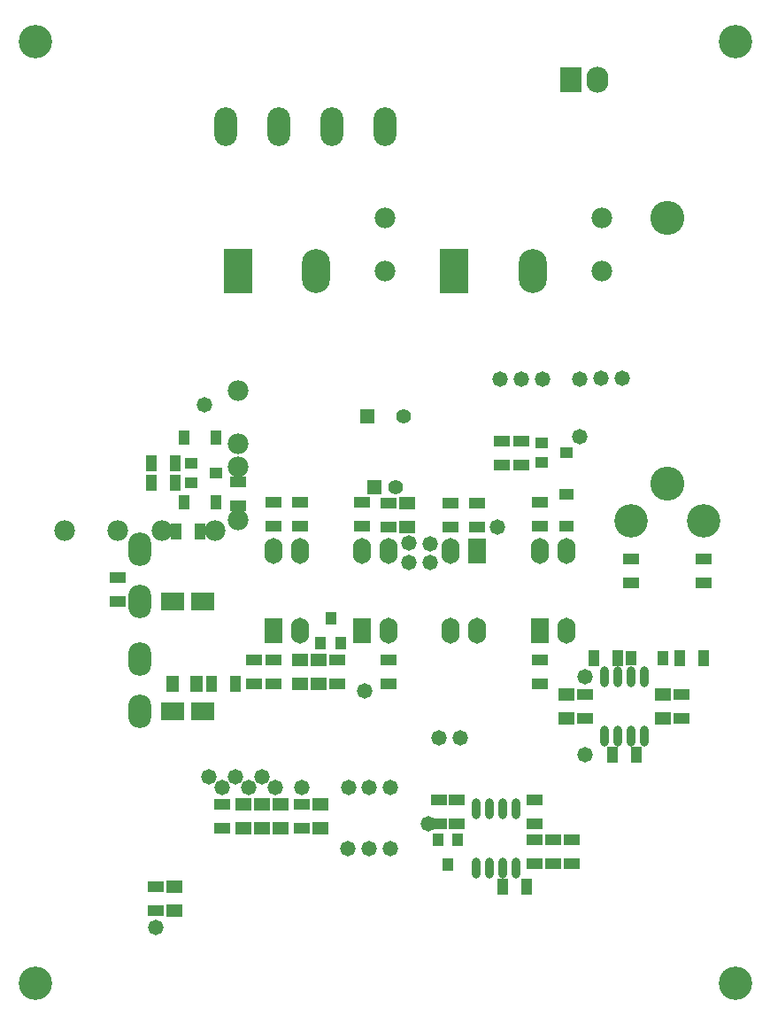
<source format=gbs>
G04*
G04 #@! TF.GenerationSoftware,Altium Limited,Altium Designer,18.0.7 (293)*
G04*
G04 Layer_Color=16711935*
%FSLAX25Y25*%
%MOIN*%
G70*
G01*
G75*
%ADD10R,0.04343X0.05524*%
%ADD11R,0.04343X0.05524*%
%ADD12R,0.04331X0.05894*%
%ADD13R,0.05894X0.04331*%
%ADD14R,0.06300X0.04737*%
%ADD15O,0.03162X0.07887*%
%ADD16R,0.04343X0.04540*%
%ADD17R,0.09068X0.06509*%
%ADD18R,0.04540X0.04343*%
%ADD19R,0.05524X0.04343*%
%ADD20R,0.05524X0.04343*%
%ADD21R,0.04737X0.06300*%
%ADD22C,0.07800*%
%ADD23R,0.08300X0.09800*%
%ADD24O,0.08300X0.09800*%
%ADD25O,0.08674X0.14580*%
%ADD26R,0.06800X0.09800*%
%ADD27O,0.06800X0.09800*%
%ADD28O,0.10642X0.16548*%
%ADD29R,0.10642X0.16548*%
%ADD30R,0.05556X0.05556*%
%ADD31C,0.05556*%
%ADD32O,0.08674X0.12611*%
%ADD33C,0.12800*%
%ADD34C,0.05800*%
%ADD35C,0.12611*%
%ADD36C,0.12611*%
D10*
X236290Y122274D02*
D03*
X68129Y180980D02*
D03*
Y205193D02*
D03*
D11*
X224290Y122274D02*
D03*
X56129Y180980D02*
D03*
Y205193D02*
D03*
D12*
X251902Y122274D02*
D03*
X242902D02*
D03*
X210290D02*
D03*
X219290D02*
D03*
X226290Y85857D02*
D03*
X217290D02*
D03*
X175998Y36057D02*
D03*
X184998D02*
D03*
X43944Y195547D02*
D03*
X52944D02*
D03*
X62185Y169843D02*
D03*
X53185D02*
D03*
X43944Y188067D02*
D03*
X52944D02*
D03*
X66437Y112555D02*
D03*
X75437D02*
D03*
D13*
X243463Y108566D02*
D03*
Y99566D02*
D03*
X207203Y99566D02*
D03*
Y108566D02*
D03*
X195172Y53922D02*
D03*
Y44922D02*
D03*
X202258Y53922D02*
D03*
Y44922D02*
D03*
X151998Y68844D02*
D03*
Y59844D02*
D03*
X158912Y68768D02*
D03*
Y59768D02*
D03*
X188085Y44922D02*
D03*
Y53922D02*
D03*
Y59768D02*
D03*
Y68767D02*
D03*
X100370Y58067D02*
D03*
Y67067D02*
D03*
X70370Y58067D02*
D03*
Y67067D02*
D03*
X45370Y27224D02*
D03*
Y36224D02*
D03*
X190102Y112555D02*
D03*
Y121555D02*
D03*
X133116Y112555D02*
D03*
Y121555D02*
D03*
X224343Y159523D02*
D03*
Y150523D02*
D03*
X251902D02*
D03*
Y159523D02*
D03*
X76302Y188614D02*
D03*
Y179614D02*
D03*
X166609Y180572D02*
D03*
Y171572D02*
D03*
X156609Y180573D02*
D03*
Y171573D02*
D03*
X123116Y171709D02*
D03*
Y180709D02*
D03*
X133116Y180573D02*
D03*
Y171573D02*
D03*
X183015Y203913D02*
D03*
Y194913D02*
D03*
X175928Y203913D02*
D03*
Y194913D02*
D03*
X190102Y171709D02*
D03*
Y180709D02*
D03*
X89623Y180709D02*
D03*
Y171709D02*
D03*
X99623Y180709D02*
D03*
Y171709D02*
D03*
X31055Y143658D02*
D03*
Y152657D02*
D03*
X89623Y112555D02*
D03*
Y121555D02*
D03*
X82536Y112555D02*
D03*
Y121555D02*
D03*
X113796Y112555D02*
D03*
Y121555D02*
D03*
D14*
X236376Y108566D02*
D03*
Y99566D02*
D03*
X200116D02*
D03*
Y108566D02*
D03*
X107457Y58067D02*
D03*
Y67067D02*
D03*
X92457Y58067D02*
D03*
Y67067D02*
D03*
X85370Y58067D02*
D03*
Y67067D02*
D03*
X78284Y58067D02*
D03*
Y67067D02*
D03*
X52484Y27224D02*
D03*
Y36224D02*
D03*
X140202Y171573D02*
D03*
Y180573D02*
D03*
X99623Y112555D02*
D03*
Y121555D02*
D03*
X106710Y112555D02*
D03*
Y121555D02*
D03*
D15*
X219290Y92944D02*
D03*
X224290D02*
D03*
X214290D02*
D03*
X229290D02*
D03*
X219290Y115188D02*
D03*
X214290D02*
D03*
X229290D02*
D03*
X224290D02*
D03*
X175998Y65388D02*
D03*
X170998D02*
D03*
X180998D02*
D03*
X165998D02*
D03*
X175998Y43144D02*
D03*
X180998D02*
D03*
X165998D02*
D03*
X170998D02*
D03*
D16*
X155537Y44473D02*
D03*
X159277Y53922D02*
D03*
X151797D02*
D03*
X111325Y137154D02*
D03*
X115066Y127705D02*
D03*
X107585D02*
D03*
D17*
X63118Y102319D02*
D03*
X51701D02*
D03*
X63118Y143658D02*
D03*
X51701D02*
D03*
D18*
X58680Y188067D02*
D03*
Y195547D02*
D03*
X68129Y191807D02*
D03*
X200102Y199457D02*
D03*
X190653Y203197D02*
D03*
Y195717D02*
D03*
D19*
X200102Y171709D02*
D03*
D20*
Y183709D02*
D03*
D21*
X51701Y112555D02*
D03*
X60701D02*
D03*
D22*
X67685Y170122D02*
D03*
X47685D02*
D03*
X31055D02*
D03*
X11055D02*
D03*
X76302Y194114D02*
D03*
Y174114D02*
D03*
Y222886D02*
D03*
Y202886D02*
D03*
X131858Y267717D02*
D03*
Y287717D02*
D03*
X213485Y267717D02*
D03*
Y287717D02*
D03*
D23*
X201640Y339721D02*
D03*
D24*
X211640D02*
D03*
D25*
X131839Y322076D02*
D03*
X111839D02*
D03*
X71839D02*
D03*
X91839D02*
D03*
D26*
X190102Y132430D02*
D03*
X166609Y162429D02*
D03*
X123116Y132430D02*
D03*
X89623D02*
D03*
D27*
X200102D02*
D03*
Y162429D02*
D03*
X190102D02*
D03*
X156609D02*
D03*
Y132430D02*
D03*
X166609D02*
D03*
X133116D02*
D03*
Y162429D02*
D03*
X123116D02*
D03*
X99623Y132430D02*
D03*
Y162429D02*
D03*
X89623D02*
D03*
D28*
X105933Y267717D02*
D03*
X187311D02*
D03*
D29*
X76406D02*
D03*
X157783D02*
D03*
D30*
X124968Y213279D02*
D03*
X127921Y186487D02*
D03*
D31*
X138747Y213279D02*
D03*
X135795Y186487D02*
D03*
D32*
X39359Y102319D02*
D03*
X39359Y122004D02*
D03*
X39359Y143658D02*
D03*
X39359Y163342D02*
D03*
D33*
X238123Y187700D02*
D03*
Y287700D02*
D03*
D34*
X205282Y205594D02*
D03*
X148061Y59844D02*
D03*
X207203Y115188D02*
D03*
Y85857D02*
D03*
X125744Y50625D02*
D03*
X133675D02*
D03*
X117813D02*
D03*
X117965Y73590D02*
D03*
X133827D02*
D03*
X125896D02*
D03*
X45370Y20701D02*
D03*
X100370Y73590D02*
D03*
X90370D02*
D03*
X80370D02*
D03*
X85370Y77528D02*
D03*
X124074Y109707D02*
D03*
X75370Y77528D02*
D03*
X70370Y73590D02*
D03*
X65370Y77528D02*
D03*
X160171Y92200D02*
D03*
X152241D02*
D03*
X183023Y227267D02*
D03*
X175092D02*
D03*
X190954D02*
D03*
X221144Y227667D02*
D03*
X205282Y227267D02*
D03*
X213213Y227467D02*
D03*
X140897Y165480D02*
D03*
X63920Y217398D02*
D03*
X140897Y158193D02*
D03*
X148828D02*
D03*
Y165279D02*
D03*
X174023Y171572D02*
D03*
D35*
X251902Y173921D02*
D03*
X224343D02*
D03*
D36*
X0Y354331D02*
D03*
X263779Y0D02*
D03*
Y354331D02*
D03*
X0Y0D02*
D03*
M02*

</source>
